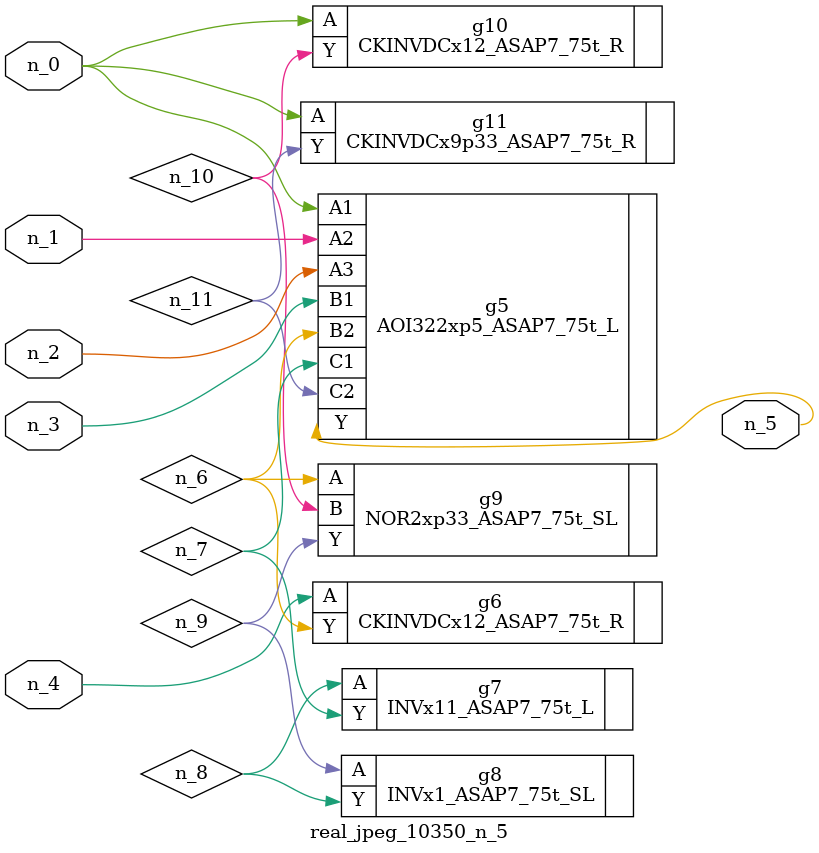
<source format=v>
module real_jpeg_10350_n_5 (n_4, n_0, n_1, n_2, n_3, n_5);

input n_4;
input n_0;
input n_1;
input n_2;
input n_3;

output n_5;

wire n_8;
wire n_11;
wire n_6;
wire n_7;
wire n_10;
wire n_9;

AOI322xp5_ASAP7_75t_L g5 ( 
.A1(n_0),
.A2(n_1),
.A3(n_2),
.B1(n_3),
.B2(n_6),
.C1(n_7),
.C2(n_11),
.Y(n_5)
);

CKINVDCx12_ASAP7_75t_R g10 ( 
.A(n_0),
.Y(n_10)
);

CKINVDCx9p33_ASAP7_75t_R g11 ( 
.A(n_0),
.Y(n_11)
);

CKINVDCx12_ASAP7_75t_R g6 ( 
.A(n_4),
.Y(n_6)
);

NOR2xp33_ASAP7_75t_SL g9 ( 
.A(n_6),
.B(n_10),
.Y(n_9)
);

INVx11_ASAP7_75t_L g7 ( 
.A(n_8),
.Y(n_7)
);

INVx1_ASAP7_75t_SL g8 ( 
.A(n_9),
.Y(n_8)
);


endmodule
</source>
